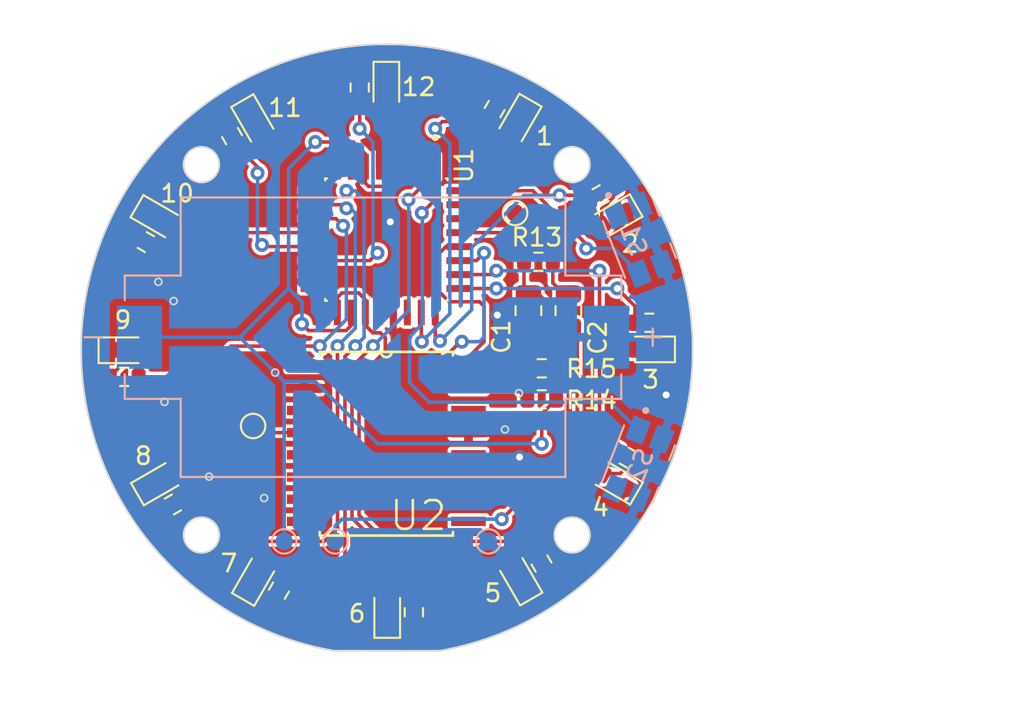
<source format=kicad_pcb>
(kicad_pcb (version 20221018) (generator pcbnew)
  (layers (0 "F.Cu" signal) (31 "B.Cu" signal) (44 "Edge.Cuts" user))
  (net 0 "")
  (net 1 "VCC")
  (net 2 "GND")
  (net 3 "/RST")
  (net 4 "/D-")
  (net 5 "Net-(D1-A)")
  (net 6 "Net-(D2-A)")
  (net 7 "Net-(D3-A)")
  (net 8 "Net-(D4-A)")
  (net 9 "Net-(D5-A)")
  (net 10 "Net-(D6-A)")
  (net 11 "Net-(D7-A)")
  (net 12 "Net-(D8-A)")
  (net 13 "Net-(D9-A)")
  (net 14 "Net-(D10-A)")
  (net 15 "Net-(D11-A)")
  (net 16 "Net-(D12-A)")
  (net 17 "/A0")
  (net 18 "/A1")
  (net 19 "/A2")
  (net 20 "/A3")
  (net 21 "/D13")
  (net 22 "/D4")
  (net 23 "/D5")
  (net 24 "/D6")
  (net 25 "/D7")
  (net 26 "/D8")
  (net 27 "/D9")
  (net 28 "/D10")
  (net 29 "/SDA")
  (net 30 "/SCL")
  (net 31 "/D2")
  (net 32 "/D3")
  (net 33 "Net-(U2-~RST)")
  (net 36 "/D11")
  (net 37 "/D12")
  (net 39 "/A7")
  (net 50 "/TXD")
  (net 51 "/RXD")
  (footprint "Resistor_SMD:R_0603_1608Metric" (layer "F.Cu") (at 141.719219 94.233002 120)
    (fp_text reference "R5" hide)
    (fp_text value "R")
  )
  (footprint "LED_SMD:LED_0603_1608Metric" (layer "F.Cu") (at 125.345403 69.022319 -60)
    (fp_text reference "D11" hide)
    (fp_text value "LED")
  )
  (footprint "Resistor_SMD:R_0603_1608Metric" (layer "F.Cu") (at 117.8474 83.5494)
    (fp_text reference "R9" hide)
    (fp_text value "R")
  )
  (footprint "LED_SMD:LED_0603_1608Metric" (layer "F.Cu") (at 140.389397 94.977681 120)
    (fp_text reference "5" hide)
    (fp_text value "LED")
  )
  (footprint "Resistor_SMD:R_0603_1608Metric" (layer "F.Cu") (at 131.318 66.98 -90)
    (fp_text reference "R12" hide)
    (fp_text value "R")
  )
  (footprint "TestPoint:TestPoint_Pad_D1.0mm" (layer "F.Cu") (at 125.222 86.36)
    (fp_text reference "TP6" hide)
    (fp_text value "TestPoint")
  )
  (footprint "LED_SMD:LED_0603_1608Metric" (layer "F.Cu") (at 145.870481 89.478003 150)
    (fp_text reference "4" hide)
    (fp_text value "LED")
  )
  (footprint "Resistor_SMD:R_0603_1608Metric" (layer "F.Cu") (at 120.634398 90.851819 30)
    (fp_text reference "R8" hide)
    (fp_text value "R")
  )
  (footprint "LED_SMD:LED_0603_1608Metric" (layer "F.Cu") (at 132.842 67 -90)
    (fp_text reference "12" hide)
    (fp_text value "LED")
  )
  (footprint "Resistor_SMD:R_0603_1608Metric" (layer "F.Cu") (at 145.100402 73.148181 -150)
    (fp_text reference "R2" hide)
    (fp_text value "R")
  )
  (footprint "Resistor_SMD:R_0603_1608Metric" (layer "F.Cu") (at 139.035581 68.217598 -120)
    (fp_text reference "R1" hide)
    (fp_text value "R")
  )
  (footprint "LED_SMD:LED_0603_1608Metric" (layer "F.Cu") (at 119.864319 74.521997 -30)
    (fp_text reference "D10" hide)
    (fp_text value "LED")
  )
  (footprint "LED_SMD:LED_0603_1608Metric" (layer "F.Cu") (at 125.389397 95.003081 60)
    (fp_text reference "D7" hide)
    (fp_text value "LED")
  )
  (footprint "Resistor_SMD:R_0603_1608Metric" (layer "F.Cu") (at 141.541 76.962 180)
    (fp_text reference "R13")
    (fp_text value "10K")
  )
  (footprint "Capacitor_SMD:C_0805_2012Metric" (layer "F.Cu") (at 143.256 79.756 -90)
    (fp_text reference "C2")
    (fp_text value "0.1uF")
  )
  (footprint "Resistor_SMD:R_0603_1608Metric" (layer "F.Cu") (at 141.732 84.836 180)
    (fp_text reference "R14")
    (fp_text value "10K")
  )
  (footprint "IO_watch_cat_ball:DS3231" (layer "F.Cu") (at 132.842 87.376)
    (fp_text reference "U2")
    (fp_text value "DS3231S")
  )
  (footprint "Resistor_SMD:R_0603_1608Metric" (layer "F.Cu") (at 126.699219 95.782402 60)
    (fp_text reference "R7" hide)
    (fp_text value "R")
  )
  (footprint "Resistor_SMD:R_0603_1608Metric" (layer "F.Cu") (at 134.4168 97.02 90)
    (fp_text reference "R6" hide)
    (fp_text value "R")
  )
  (footprint "Resistor_SMD:R_0603_1608Metric" (layer "F.Cu") (at 141.732 83.058)
    (fp_text reference "R15")
    (fp_text value "10K")
  )
  (footprint "Resistor_SMD:R_0603_1608Metric" (layer "F.Cu") (at 119.084998 75.831819 -30)
    (fp_text reference "R10" hide)
    (fp_text value "R")
  )
  (footprint "Resistor_SMD:R_0603_1608Metric" (layer "F.Cu") (at 147.8874 80.4506 180)
    (fp_text reference "R3" hide)
    (fp_text value "R")
  )
  (footprint "Resistor_SMD:R_0603_1608Metric" (layer "F.Cu") (at 146.649802 88.168181 150)
    (fp_text reference "R4" hide)
    (fp_text value "R")
  )
  (footprint "LED_SMD:LED_0603_1608Metric" (layer "F.Cu") (at 140.345403 68.996919 -120)
    (fp_text reference "1" hide)
    (fp_text value "LED")
  )
  (footprint "Resistor_SMD:R_0603_1608Metric" (layer "F.Cu") (at 124.015581 69.766998 -60)
    (fp_text reference "R11" hide)
    (fp_text value "R")
  )
  (footprint "Capacitor_SMD:C_0805_2012Metric" (layer "F.Cu") (at 140.97 79.756 -90)
    (fp_text reference "C1")
    (fp_text value "1uF")
  )
  (footprint "IO_watch_cat_ball:atmega328P_shinked" (layer "F.Cu") (at 132.842 75.692 -90)
    (fp_text reference "U1")
    (fp_text value "ATMEGA328P-AU")
  )
  (footprint "TestPoint:TestPoint_Pad_D1.0mm" (layer "F.Cu") (at 140.208 74.168)
    (fp_text reference "TP7" hide)
    (fp_text value "TestPoint")
  )
  (footprint "LED_SMD:LED_0603_1608Metric" (layer "F.Cu") (at 147.8674 81.9746 180)
    (fp_text reference "3" hide)
    (fp_text value "LED")
  )
  (footprint "LED_SMD:LED_0603_1608Metric" (layer "F.Cu") (at 119.889719 89.521997 30)
    (fp_text reference "D8" hide)
    (fp_text value "LED")
  )
  (footprint "LED_SMD:LED_0603_1608Metric" (layer "F.Cu") (at 132.8928 97 90)
    (fp_text reference "D6" hide)
    (fp_text value "LED")
  )
  (footprint "LED_SMD:LED_0603_1608Metric" (layer "F.Cu") (at 117.8674 82.0254)
    (fp_text reference "D9" hide)
    (fp_text value "LED")
  )
  (footprint "LED_SMD:LED_0603_1608Metric" (layer "F.Cu") (at 145.845081 74.478003 -150)
    (fp_text reference "2" hide)
    (fp_text value "LED")
  )
  (footprint "IO_watch_cat_ball:SW_EVQ-P7A01P" (layer "B.Cu") (at 147.32 75.692 -68.6)
    (fp_text reference "S1")
    (fp_text value "EVQ-P7A01P")
  )
  (footprint "TestPoint:TestPoint_Pad_D1.0mm" (layer "B.Cu") (at 138.684 92.964 180)
    (fp_text reference "TP5" hide)
    (fp_text value "TestPoint")
  )
  (footprint "IO_watch_cat_ball:BAT_1060TR" (layer "B.Cu") (at 132.08 81.28 180)
    (fp_text reference "BT1" hide)
    (fp_text value "1060TR")
  )
  (footprint "IO_watch_cat_ball:SW_EVQ-P7A01P" (layer "B.Cu") (at 147.258206 88.533365 -111.4)
    (fp_text reference "S2")
    (fp_text value "EVQ-P7A01P")
  )
  (footprint "TestPoint:TestPoint_Pad_D1.0mm" (layer "B.Cu") (at 127 92.964 180)
    (fp_text reference "TP1" hide)
    (fp_text value "TestPoint")
  )
  (footprint "TestPoint:TestPoint_Pad_D1.0mm" (layer "B.Cu") (at 129.921 92.964 180)
    (fp_text reference "TP2" hide)
    (fp_text value "TestPoint")
  )
  (gr_poly (pts (xy 126.683 83.303) (xy 126.682238 83.320431) (xy 126.679961 83.337729) (xy 126.676185 83.354763) (xy 126.670938 83.371404) (xy 126.664261 83.387523) (xy 126.656205 83.402999) (xy 126.64683 83.417715) (xy 126.636208 83.431557) (xy 126.624421 83.444421) (xy 126.611557 83.456208) (xy 126.597715 83.46683) (xy 126.583 83.476205) (xy 126.567523 83.484261) (xy 126.551404 83.490938) (xy 126.534763 83.496185) (xy 126.517729 83.499961) (xy 126.500431 83.502238) (xy 126.483 83.503) (xy 126.465569 83.502238) (xy 126.448271 83.499961) (xy 126.431237 83.496185) (xy 126.414596 83.490938) (xy 126.398477 83.484261) (xy 126.383001 83.476205) (xy 126.368285 83.46683) (xy 126.354443 83.456208) (xy 126.341579 83.444421) (xy 126.329792 83.431557) (xy 126.31917 83.417715) (xy 126.309795 83.402999) (xy 126.301739 83.387523) (xy 126.295062 83.371404) (xy 126.289815 83.354763) (xy 126.286039 83.337729) (xy 126.283762 83.320431) (xy 126.283 83.303) (xy 126.283762 83.285569) (xy 126.286039 83.268271) (xy 126.289815 83.251237) (xy 126.295062 83.234596) (xy 126.301739 83.218477) (xy 126.309795 83.203) (xy 126.31917 83.188285) (xy 126.329792 83.174443) (xy 126.341579 83.161579) (xy 126.354443 83.149792) (xy 126.368285 83.13917) (xy 126.383 83.129795) (xy 126.398477 83.121739) (xy 126.414596 83.115062) (xy 126.431237 83.109815) (xy 126.448271 83.106039) (xy 126.465569 83.103762) (xy 126.483 83.103) (xy 126.500431 83.103762) (xy 126.517729 83.106039) (xy 126.534763 83.109815) (xy 126.551404 83.115062) (xy 126.567523 83.121739) (xy 126.583 83.129795) (xy 126.597715 83.13917) (xy 126.611557 83.149792) (xy 126.624421 83.161579) (xy 126.636208 83.174443) (xy 126.64683 83.188285) (xy 126.656205 83.203) (xy 126.664261 83.218477) (xy 126.670938 83.234596) (xy 126.676185 83.251237) (xy 126.679961 83.268271) (xy 126.682238 83.285569)) (stroke (width 0.1)) (fill none) (layer "Edge.Cuts"))
  (gr_circle (center 122.2674 92.6026) (end 123.0974 92.0026) (stroke (width 0.1)) (fill none) (layer "Edge.Cuts"))
  (gr_poly (pts (xy 120.003 78.108) (xy 120.002238 78.125431) (xy 119.999961 78.142729) (xy 119.996185 78.159763) (xy 119.990938 78.176404) (xy 119.984261 78.192523) (xy 119.976205 78.207999) (xy 119.96683 78.222715) (xy 119.956208 78.236557) (xy 119.944421 78.249421) (xy 119.931557 78.261208) (xy 119.917715 78.27183) (xy 119.903 78.281205) (xy 119.887523 78.289261) (xy 119.871404 78.295938) (xy 119.854763 78.301185) (xy 119.837729 78.304961) (xy 119.820431 78.307238) (xy 119.803 78.308) (xy 119.785569 78.307238) (xy 119.768271 78.304961) (xy 119.751237 78.301185) (xy 119.734596 78.295938) (xy 119.718477 78.289261) (xy 119.703001 78.281205) (xy 119.688285 78.27183) (xy 119.674443 78.261208) (xy 119.661579 78.249421) (xy 119.649792 78.236557) (xy 119.63917 78.222715) (xy 119.629795 78.207999) (xy 119.621739 78.192523) (xy 119.615062 78.176404) (xy 119.609815 78.159763) (xy 119.606039 78.142729) (xy 119.603762 78.125431) (xy 119.603 78.108) (xy 119.603762 78.090569) (xy 119.606039 78.073271) (xy 119.609815 78.056237) (xy 119.615062 78.039596) (xy 119.621739 78.023477) (xy 119.629795 78.008) (xy 119.63917 77.993285) (xy 119.649792 77.979443) (xy 119.661579 77.966579) (xy 119.674443 77.954792) (xy 119.688285 77.94417) (xy 119.703 77.934795) (xy 119.718477 77.926739) (xy 119.734596 77.920062) (xy 119.751237 77.914815) (xy 119.768271 77.911039) (xy 119.785569 77.908762) (xy 119.803 77.908) (xy 119.820431 77.908762) (xy 119.837729 77.911039) (xy 119.854763 77.914815) (xy 119.871404 77.920062) (xy 119.887523 77.926739) (xy 119.903 77.934795) (xy 119.917715 77.94417) (xy 119.931557 77.954792) (xy 119.944421 77.966579) (xy 119.956208 77.979443) (xy 119.96683 77.993285) (xy 119.976205 78.008) (xy 119.984261 78.023477) (xy 119.990938 78.039596) (xy 119.996185 78.056237) (xy 119.999961 78.073271) (xy 120.002238 78.090569)) (stroke (width 0.1)) (fill none) (layer "Edge.Cuts"))
  (gr_poly (pts (xy 126.053 90.483) (xy 126.052238 90.500431) (xy 126.049961 90.517729) (xy 126.046185 90.534763) (xy 126.040938 90.551404) (xy 126.034261 90.567523) (xy 126.026205 90.582999) (xy 126.01683 90.597715) (xy 126.006208 90.611557) (xy 125.994421 90.624421) (xy 125.981557 90.636208) (xy 125.967715 90.64683) (xy 125.953 90.656205) (xy 125.937523 90.664261) (xy 125.921404 90.670938) (xy 125.904763 90.676185) (xy 125.887729 90.679961) (xy 125.870431 90.682238) (xy 125.853 90.683) (xy 125.835569 90.682238) (xy 125.818271 90.679961) (xy 125.801237 90.676185) (xy 125.784596 90.670938) (xy 125.768477 90.664261) (xy 125.753001 90.656205) (xy 125.738285 90.64683) (xy 125.724443 90.636208) (xy 125.711579 90.624421) (xy 125.699792 90.611557) (xy 125.68917 90.597715) (xy 125.679795 90.582999) (xy 125.671739 90.567523) (xy 125.665062 90.551404) (xy 125.659815 90.534763) (xy 125.656039 90.517729) (xy 125.653762 90.500431) (xy 125.653 90.483) (xy 125.653762 90.465569) (xy 125.656039 90.448271) (xy 125.659815 90.431237) (xy 125.665062 90.414596) (xy 125.671739 90.398477) (xy 125.679795 90.383) (xy 125.68917 90.368285) (xy 125.699792 90.354443) (xy 125.711579 90.341579) (xy 125.724443 90.329792) (xy 125.738285 90.31917) (xy 125.753 90.309795) (xy 125.768477 90.301739) (xy 125.784596 90.295062) (xy 125.801237 90.289815) (xy 125.818271 90.286039) (xy 125.835569 90.283762) (xy 125.853 90.283) (xy 125.870431 90.283762) (xy 125.887729 90.286039) (xy 125.904763 90.289815) (xy 125.921404 90.295062) (xy 125.937523 90.301739) (xy 125.953 90.309795) (xy 125.967715 90.31917) (xy 125.981557 90.329792) (xy 125.994421 90.341579) (xy 126.006208 90.354443) (xy 126.01683 90.368285) (xy 126.026205 90.383) (xy 126.034261 90.398477) (xy 126.040938 90.414596) (xy 126.046185 90.431237) (xy 126.049961 90.448271) (xy 126.052238 90.465569)) (stroke (width 0.1)) (fill none) (layer "Edge.Cuts"))
  (gr_poly (pts (xy 140.628 84.483) (xy 140.627238 84.500431) (xy 140.624961 84.517729) (xy 140.621185 84.534763) (xy 140.615938 84.551404) (xy 140.609261 84.567523) (xy 140.601205 84.582999) (xy 140.59183 84.597715) (xy 140.581208 84.611557) (xy 140.569421 84.624421) (xy 140.556557 84.636208) (xy 140.542715 84.64683) (xy 140.528 84.656205) (xy 140.512523 84.664261) (xy 140.496404 84.670938) (xy 140.479763 84.676185) (xy 140.462729 84.679961) (xy 140.445431 84.682238) (xy 140.428 84.683) (xy 140.410569 84.682238) (xy 140.393271 84.679961) (xy 140.376237 84.676185) (xy 140.359596 84.670938) (xy 140.343477 84.664261) (xy 140.328001 84.656205) (xy 140.313285 84.64683) (xy 140.299443 84.636208) (xy 140.286579 84.624421) (xy 140.274792 84.611557) (xy 140.26417 84.597715) (xy 140.254795 84.582999) (xy 140.246739 84.567523) (xy 140.240062 84.551404) (xy 140.234815 84.534763) (xy 140.231039 84.517729) (xy 140.228762 84.500431) (xy 140.228 84.483) (xy 140.228762 84.465569) (xy 140.231039 84.448271) (xy 140.234815 84.431237) (xy 140.240062 84.414596) (xy 140.246739 84.398477) (xy 140.254795 84.383) (xy 140.26417 84.368285) (xy 140.274792 84.354443) (xy 140.286579 84.341579) (xy 140.299443 84.329792) (xy 140.313285 84.31917) (xy 140.328 84.309795) (xy 140.343477 84.301739) (xy 140.359596 84.295062) (xy 140.376237 84.289815) (xy 140.393271 84.286039) (xy 140.410569 84.283762) (xy 140.428 84.283) (xy 140.445431 84.283762) (xy 140.462729 84.286039) (xy 140.479763 84.289815) (xy 140.496404 84.295062) (xy 140.512523 84.301739) (xy 140.528 84.309795) (xy 140.542715 84.31917) (xy 140.556557 84.329792) (xy 140.569421 84.341579) (xy 140.581208 84.354443) (xy 140.59183 84.368285) (xy 140.601205 84.383) (xy 140.609261 84.398477) (xy 140.615938 84.414596) (xy 140.621185 84.431237) (xy 140.624961 84.448271) (xy 140.627238 84.465569)) (stroke (width 0.1)) (fill none) (layer "Edge.Cuts"))
  (gr_circle (center 122.2648 71.4) (end 123.0948 70.8) (stroke (width 0.1)) (fill none) (layer "Edge.Cuts"))
  (gr_circle (center 143.47 92.6) (end 144.3 92) (stroke (width 0.1)) (fill none) (layer "Edge.Cuts"))
  (gr_poly (pts (xy 122.903 89.258) (xy 122.902238 89.275431) (xy 122.899961 89.292729) (xy 122.896185 89.309763) (xy 122.890938 89.326404) (xy 122.884261 89.342523) (xy 122.876205 89.357999) (xy 122.86683 89.372715) (xy 122.856208 89.386557) (xy 122.844421 89.399421) (xy 122.831557 89.411208) (xy 122.817715 89.42183) (xy 122.803 89.431205) (xy 122.787523 89.439261) (xy 122.771404 89.445938) (xy 122.754763 89.451185) (xy 122.737729 89.454961) (xy 122.720431 89.457238) (xy 122.703 89.458) (xy 122.685569 89.457238) (xy 122.668271 89.454961) (xy 122.651237 89.451185) (xy 122.634596 89.445938) (xy 122.618477 89.439261) (xy 122.603001 89.431205) (xy 122.588285 89.42183) (xy 122.574443 89.411208) (xy 122.561579 89.399421) (xy 122.549792 89.386557) (xy 122.53917 89.372715) (xy 122.529795 89.357999) (xy 122.521739 89.342523) (xy 122.515062 89.326404) (xy 122.509815 89.309763) (xy 122.506039 89.292729) (xy 122.503762 89.275431) (xy 122.503 89.258) (xy 122.503762 89.240569) (xy 122.506039 89.223271) (xy 122.509815 89.206237) (xy 122.515062 89.189596) (xy 122.521739 89.173477) (xy 122.529795 89.158) (xy 122.53917 89.143285) (xy 122.549792 89.129443) (xy 122.561579 89.116579) (xy 122.574443 89.104792) (xy 122.588285 89.09417) (xy 122.603 89.084795) (xy 122.618477 89.076739) (xy 122.634596 89.070062) (xy 122.651237 89.064815) (xy 122.668271 89.061039) (xy 122.685569 89.058762) (xy 122.703 89.058) (xy 122.720431 89.058762) (xy 122.737729 89.061039) (xy 122.754763 89.064815) (xy 122.771404 89.070062) (xy 122.787523 89.076739) (xy 122.803 89.084795) (xy 122.817715 89.09417) (xy 122.831557 89.104792) (xy 122.844421 89.116579) (xy 122.856208 89.129443) (xy 122.86683 89.143285) (xy 122.876205 89.158) (xy 122.884261 89.173477) (xy 122.890938 89.189596) (xy 122.896185 89.206237) (xy 122.899961 89.223271) (xy 122.902238 89.240569)) (stroke (width 0.1)) (fill none) (layer "Edge.Cuts"))
  (gr_line (start 129.8674 99.225) (end 135.867846 99.227569) (stroke (width 0.1)) (layer "Edge.Cuts"))
  (gr_circle (center 143.4674 71.3974) (end 144.2974 70.7974) (stroke (width 0.1)) (fill none) (layer "Edge.Cuts"))
  (gr_arc (start 129.8674 99.225) (mid 132.882488 64.514399) (end 135.867846 99.227569) (stroke (width 0.1)) (layer "Edge.Cuts"))
  (gr_poly (pts (xy 120.878 79.208) (xy 120.877238 79.225431) (xy 120.874961 79.242729) (xy 120.871185 79.259763) (xy 120.865938 79.276404) (xy 120.859261 79.292523) (xy 120.851205 79.307999) (xy 120.84183 79.322715) (xy 120.831208 79.336557) (xy 120.819421 79.349421) (xy 120.806557 79.361208) (xy 120.792715 79.37183) (xy 120.778 79.381205) (xy 120.762523 79.389261) (xy 120.746404 79.395938) (xy 120.729763 79.401185) (xy 120.712729 79.404961) (xy 120.695431 79.407238) (xy 120.678 79.408) (xy 120.660569 79.407238) (xy 120.643271 79.404961) (xy 120.626237 79.401185) (xy 120.609596 79.395938) (xy 120.593477 79.389261) (xy 120.578001 79.381205) (xy 120.563285 79.37183) (xy 120.549443 79.361208) (xy 120.536579 79.349421) (xy 120.524792 79.336557) (xy 120.51417 79.322715) (xy 120.504795 79.307999) (xy 120.496739 79.292523) (xy 120.490062 79.276404) (xy 120.484815 79.259763) (xy 120.481039 79.242729) (xy 120.478762 79.225431) (xy 120.478 79.208) (xy 120.478762 79.190569) (xy 120.481039 79.173271) (xy 120.484815 79.156237) (xy 120.490062 79.139596) (xy 120.496739 79.123477) (xy 120.504795 79.108) (xy 120.51417 79.093285) (xy 120.524792 79.079443) (xy 120.536579 79.066579) (xy 120.549443 79.054792) (xy 120.563285 79.04417) (xy 120.578 79.034795) (xy 120.593477 79.026739) (xy 120.609596 79.020062) (xy 120.626237 79.014815) (xy 120.643271 79.011039) (xy 120.660569 79.008762) (xy 120.678 79.008) (xy 120.695431 79.008762) (xy 120.712729 79.011039) (xy 120.729763 79.014815) (xy 120.746404 79.020062) (xy 120.762523 79.026739) (xy 120.778 79.034795) (xy 120.792715 79.04417) (xy 120.806557 79.054792) (xy 120.819421 79.066579) (xy 120.831208 79.079443) (xy 120.84183 79.093285) (xy 120.851205 79.108) (xy 120.859261 79.123477) (xy 120.865938 79.139596) (xy 120.871185 79.156237) (xy 120.874961 79.173271) (xy 120.877238 79.190569)) (stroke (width 0.1)) (fill none) (layer "Edge.Cuts"))
  (gr_poly (pts (xy 139.828 86.558) (xy 139.827238 86.575431) (xy 139.824961 86.592729) (xy 139.821185 86.609763) (xy 139.815938 86.626404) (xy 139.809261 86.642523) (xy 139.801205 86.657999) (xy 139.79183 86.672715) (xy 139.781208 86.686557) (xy 139.769421 86.699421) (xy 139.756557 86.711208) (xy 139.742715 86.72183) (xy 139.728 86.731205) (xy 139.712523 86.739261) (xy 139.696404 86.745938) (xy 139.679763 86.751185) (xy 139.662729 86.754961) (xy 139.645431 86.757238) (xy 139.628 86.758) (xy 139.610569 86.757238) (xy 139.593271 86.754961) (xy 139.576237 86.751185) (xy 139.559596 86.745938) (xy 139.543477 86.739261) (xy 139.528001 86.731205) (xy 139.513285 86.72183) (xy 139.499443 86.711208) (xy 139.486579 86.699421) (xy 139.474792 86.686557) (xy 139.46417 86.672715) (xy 139.454795 86.657999) (xy 139.446739 86.642523) (xy 139.440062 86.626404) (xy 139.434815 86.609763) (xy 139.431039 86.592729) (xy 139.428762 86.575431) (xy 139.428 86.558) (xy 139.428762 86.540569) (xy 139.431039 86.523271) (xy 139.434815 86.506237) (xy 139.440062 86.489596) (xy 139.446739 86.473477) (xy 139.454795 86.458) (xy 139.46417 86.443285) (xy 139.474792 86.429443) (xy 139.486579 86.416579) (xy 139.499443 86.404792) (xy 139.513285 86.39417) (xy 139.528 86.384795) (xy 139.543477 86.376739) (xy 139.559596 86.370062) (xy 139.576237 86.364815) (xy 139.593271 86.361039) (xy 139.610569 86.358762) (xy 139.628 86.358) (xy 139.645431 86.358762) (xy 139.662729 86.361039) (xy 139.679763 86.364815) (xy 139.696404 86.370062) (xy 139.712523 86.376739) (xy 139.728 86.384795) (xy 139.742715 86.39417) (xy 139.756557 86.404792) (xy 139.769421 86.416579) (xy 139.781208 86.429443) (xy 139.79183 86.443285) (xy 139.801205 86.458) (xy 139.809261 86.473477) (xy 139.815938 86.489596) (xy 139.821185 86.506237) (xy 139.824961 86.523271) (xy 139.827238 86.540569)) (stroke (width 0.1)) (fill none) (layer "Edge.Cuts"))
  (gr_poly (pts (xy 120.353 84.983) (xy 120.352238 85.000431) (xy 120.349961 85.017729) (xy 120.346185 85.034763) (xy 120.340938 85.051404) (xy 120.334261 85.067523) (xy 120.326205 85.082999) (xy 120.31683 85.097715) (xy 120.306208 85.111557) (xy 120.294421 85.124421) (xy 120.281557 85.136208) (xy 120.267715 85.14683) (xy 120.253 85.156205) (xy 120.237523 85.164261) (xy 120.221404 85.170938) (xy 120.204763 85.176185) (xy 120.187729 85.179961) (xy 120.170431 85.182238) (xy 120.153 85.183) (xy 120.135569 85.182238) (xy 120.118271 85.179961) (xy 120.101237 85.176185) (xy 120.084596 85.170938) (xy 120.068477 85.164261) (xy 120.053001 85.156205) (xy 120.038285 85.14683) (xy 120.024443 85.136208) (xy 120.011579 85.124421) (xy 119.999792 85.111557) (xy 119.98917 85.097715) (xy 119.979795 85.082999) (xy 119.971739 85.067523) (xy 119.965062 85.051404) (xy 119.959815 85.034763) (xy 119.956039 85.017729) (xy 119.953762 85.000431) (xy 119.953 84.983) (xy 119.953762 84.965569) (xy 119.956039 84.948271) (xy 119.959815 84.931237) (xy 119.965062 84.914596) (xy 119.971739 84.898477) (xy 119.979795 84.883) (xy 119.98917 84.868285) (xy 119.999792 84.854443) (xy 120.011579 84.841579) (xy 120.024443 84.829792) (xy 120.038285 84.81917) (xy 120.053 84.809795) (xy 120.068477 84.801739) (xy 120.084596 84.795062) (xy 120.101237 84.789815) (xy 120.118271 84.786039) (xy 120.135569 84.783762) (xy 120.153 84.783) (xy 120.170431 84.783762) (xy 120.187729 84.786039) (xy 120.204763 84.789815) (xy 120.221404 84.795062) (xy 120.237523 84.801739) (xy 120.253 84.809795) (xy 120.267715 84.81917) (xy 120.281557 84.829792) (xy 120.294421 84.841579) (xy 120.306208 84.854443) (xy 120.31683 84.868285) (xy 120.326205 84.883) (xy 120.334261 84.898477) (xy 120.340938 84.914596) (xy 120.346185 84.931237) (xy 120.349961 84.948271) (xy 120.352238 84.965569)) (stroke (width 0.1)) (fill none) (layer "Edge.Cuts"))
  (gr_text "3" (at 147.9638 83.7018) (layer "F.SilkS") (effects (font (size 1 1))))
  (gr_text "1" (at 141.889402 69.777034) (layer "F.SilkS") (effects (font (size 1 1))))
  (gr_text "12" (at 134.6962 66.9544) (layer "F.SilkS") (effects (font (size 1 1))))
  (gr_text "7" (at 123.845398 94.222966) (layer "F.SilkS") (effects (font (size 1 1))))
  (gr_text "10" (at 120.8786 73.0504) (layer "F.SilkS") (effects (font (size 1 1))))
  (gr_text "8" (at 118.942634 88.074398) (layer "F.SilkS") (effects (font (size 1 1))))
  (gr_text "2" (at 146.792166 75.925602) (layer "F.SilkS") (effects (font (size 1 1))))
  (gr_text "6" (at 131.1656 97.0964) (layer "F.SilkS") (effects (font (size 1 1))))
  (gr_text "4" (at 145.090366 91.022002) (layer "F.SilkS") (effects (font (size 1 1))))
  (gr_text "9" (at 117.771 80.2982) (layer "F.SilkS") (effects (font (size 1 1))))
  (gr_text "11" (at 127.0508 68.1482) (layer "F.SilkS") (effects (font (size 1 1))))
  (gr_text "5" (at 138.941798 95.924766) (layer "F.SilkS") (effects (font (size 1 1))))
  (segment (start 137.6826 85.6126) (end 141.7804 85.6126) (width 0.2032) (layer "F.Cu") (net 1))
  (segment (start 141.7804 85.6126) (end 142.557 84.836) (width 0.2032) (layer "F.Cu") (net 1))
  (segment (start 142.24 80.209992) (end 142.2294 80.220592) (width 0.2032) (layer "F.Cu") (net 1))
  (segment (start 142.557 83.312) (end 142.557 84.836) (width 0.2032) (layer "F.Cu") (net 1))
  (segment (start 130.5404 80.8986) (end 128.3966 80.8986) (width 0.2032) (layer "F.Cu") (net 1))
  (segment (start 142.24 79.502) (end 142.24 80.209992) (width 0.2032) (layer "F.Cu") (net 1))
  (segment (start 137.541 85.471) (end 137.6826 85.6126) (width 0.2032) (layer "F.Cu") (net 1))
  (segment (start 128.3966 80.8986) (end 128.016 80.518) (width 0.2032) (layer "F.Cu") (net 1))
  (segment (start 141.544 78.806) (end 142.24 79.502) (width 0.2032) (layer "F.Cu") (net 1))
  (segment (start 130.959 70.104) (end 128.778 70.104) (width 0.2032) (layer "F.Cu") (net 1))
  (segment (start 130.842 80.597) (end 130.5404 80.8986) (width 0.2032) (layer "F.Cu") (net 1))
  (segment (start 142.2294 81.191408) (end 142.24 81.202008) (width 0.2032) (layer "F.Cu") (net 1))
  (segment (start 141.732 85.661) (end 141.7804 85.6126) (width 0.2032) (layer "F.Cu") (net 1))
  (segment (start 131.642 72.46) (end 131.642 71.522) (width 0.2032) (layer "F.Cu") (net 1))
  (segment (start 130.842 79.862) (end 130.842 80.597) (width 0.2032) (layer "F.Cu") (net 1))
  (segment (start 141.732 87.376) (end 141.732 85.661) (width 0.2032) (layer "F.Cu") (net 1))
  (segment (start 137.093398 85.471) (end 137.541 85.471) (width 0.2032) (layer "F.Cu") (net 1))
  (segment (start 131.826 72.644) (end 131.642 72.46) (width 0.2032) (layer "F.Cu") (net 1))
  (segment (start 142.24 81.202008) (end 142.24 82.995) (width 0.2032) (layer "F.Cu") (net 1))
  (segment (start 140.716 78.806) (end 141.544 78.806) (width 0.2032) (layer "F.Cu") (net 1))
  (segment (start 131.642 70.787) (end 130.959 70.104) (width 0.2032) (layer "F.Cu") (net 1))
  (segment (start 131.642 71.522) (end 131.642 70.787) (width 0.2032) (layer "F.Cu") (net 1))
  (segment (start 140.716 76.962) (end 140.716 78.806) (width 0.2032) (layer "F.Cu") (net 1))
  (segment (start 133.242 72.498) (end 133.096 72.644) (width 0.2032) (layer "F.Cu") (net 1))
  (segment (start 142.24 82.995) (end 142.557 83.312) (width 0.2032) (layer "F.Cu") (net 1))
  (segment (start 133.096 72.644) (end 131.826 72.644) (width 0.2032) (layer "F.Cu") (net 1))
  (segment (start 142.2294 80.220592) (end 142.2294 81.191408) (width 0.2032) (layer "F.Cu") (net 1))
  (segment (start 133.242 71.522) (end 133.242 72.498) (width 0.2032) (layer "F.Cu") (net 1))
  (via (at 128.016 80.518) (size 0.8) (drill 0.4) (layers "F.Cu" "B.Cu") (net 1))
  (via (at 141.732 87.376) (size 0.8) (drill 0.4) (layers "F.Cu" "B.Cu") (net 1))
  (via (at 128.778 70.104) (size 0.8) (drill 0.4) (layers "F.Cu" "B.Cu") (net 1))
  (segment (start 124.46 81.28) (end 127 83.82) (width 0.2032) (layer "B.Cu") (net 1))
  (segment (start 136.33579 87.376) (end 141.732 87.376) (width 0.2032) (layer "B.Cu") (net 1))
  (segment (start 128.016 79.248) (end 127.254 78.486) (width 0.2032) (layer "B.Cu") (net 1))
  (segment (start 124.46 81.28) (end 118.72 81.28) (width 0.2032) (layer "B.Cu") (net 1))
  (segment (start 128.016 80.518) (end 128.016 79.248) (width 0.2032) (layer "B.Cu") (net 1))
  (segment (start 128.778 83.82) (end 127 83.82) (width 0.2032) (layer "B.Cu") (net 1))
  (segment (start 132.334 87.376) (end 128.778 83.82) (width 0.2032) (layer "B.Cu") (net 1))
  (segment (start 127 83.82) (end 127 92.964) (width 0.2032) (layer "B.Cu") (net 1))
  (segment (start 136.33579 87.376) (end 132.334 87.376) (width 0.2032) (layer "B.Cu") (net 1))
  (segment (start 127.254 71.628) (end 127.254 78.486) (width 0.2032) (layer "B.Cu") (net 1))
  (segment (start 128.778 70.104) (end 127.254 71.628) (width 0.2032) (layer "B.Cu") (net 1))
  (segment (start 127.254 78.486) (end 124.46 81.28) (width 0.2032) (layer "B.Cu") (net 1))
  (via (at 140.462 88.138) (size 0.8) (drill 0.4) (layers "F.Cu" "B.Cu") (net 2))
  (via (at 133.0676 74.676) (size 0.8) (drill 0.4) (layers "F.Cu" "B.Cu") (net 2))
  (via (at 139.192 80.01) (size 0.8) (drill 0.4) (layers "F.Cu" "B.Cu") (net 2))
  (via (at 148.844 84.582) (size 0.8) (drill 0.4) (layers "F.Cu" "B.Cu") (net 2))
  (segment (start 137.012 75.292) (end 141.84 75.292) (width 0.2032) (layer "F.Cu") (net 3))
  (segment (start 142.366 76.962) (end 142.366 78.17) (width 0.2032) (layer "F.Cu") (net 3))
  (segment (start 141.84 75.038) (end 140.97 74.168) (width 0.2032) (layer "F.Cu") (net 3))
  (segment (start 142.366 78.17) (end 143.002 78.806) (width 0.2032) (layer "F.Cu") (net 3))
  (segment (start 140.97 74.168) (end 140.208 74.168) (width 0.2032) (layer "F.Cu") (net 3))
  (segment (start 141.84 75.292) (end 141.84 75.038) (width 0.2032) (layer "F.Cu") (net 3))
  (segment (start 141.84 75.292) (end 142.366 75.818) (width 0.2032) (layer "F.Cu") (net 3))
  (segment (start 142.366 75.818) (end 142.366 76.962) (width 0.2032) (layer "F.Cu") (net 3))
  (segment (start 143.764 87.376) (end 143.764 81.468) (width 0.2032) (layer "F.Cu") (net 4))
  (segment (start 143.764 81.468) (end 143.002 80.706) (width 0.2032) (layer "F.Cu") (net 4))
  (segment (start 139.446 91.694) (end 143.764 87.376) (width 0.2032) (layer "F.Cu") (net 4))
  (via (at 139.446 91.694) (size 0.8) (drill 0.4) (layers "F.Cu" "B.Cu") (net 4))
  (segment (start 129.921 92.964) (end 129.921 92.075) (width 0.2032) (layer "B.Cu") (net 4))
  (segment (start 129.921 92.075) (end 130.302 91.694) (width 0.2032) (layer "B.Cu") (net 4))
  (segment (start 130.302 91.694) (end 139.446 91.694) (width 0.2032) (layer "B.Cu") (net 4))
  (segment (start 139.795805 67.850851) (end 139.795805 69.523066) (width 0.2032) (layer "F.Cu") (net 5))
  (segment (start 139.448081 67.503127) (end 139.795805 67.850851) (width 0.2032) (layer "F.Cu") (net 5))
  (segment (start 139.795805 69.523066) (end 139.951653 69.678914) (width 0.2032) (layer "F.Cu") (net 5))
  (segment (start 145.814873 72.735681) (end 145.814873 73.272927) (width 0.2032) (layer "F.Cu") (net 6))
  (segment (start 145.163086 73.924714) (end 145.163086 74.871753) (width 0.2032) (layer "F.Cu") (net 6))
  (segment (start 145.814873 73.272927) (end 145.163086 73.924714) (width 0.2032) (layer "F.Cu") (net 6))
  (segment (start 148.6039 80.4506) (end 147.0799 81.9746) (width 0.3048) (layer "F.Cu") (net 7))
  (segment (start 148.7124 80.4506) (end 148.6039 80.4506) (width 0.3048) (layer "F.Cu") (net 7))
  (segment (start 146.217412 89.084253) (end 146.720984 88.580681) (width 0.2032) (layer "F.Cu") (net 8))
  (segment (start 145.188486 89.084253) (end 146.217412 89.084253) (width 0.2032) (layer "F.Cu") (net 8))
  (segment (start 146.720984 88.580681) (end 147.364273 88.580681) (width 0.2032) (layer "F.Cu") (net 8))
  (segment (start 139.995647 94.295686) (end 140.315919 94.615958) (width 0.2032) (layer "F.Cu") (net 9))
  (segment (start 140.315919 94.615958) (end 141.800204 94.615958) (width 0.2032) (layer "F.Cu") (net 9))
  (segment (start 141.800204 94.615958) (end 142.131719 94.947473) (width 0.2032) (layer "F.Cu") (net 9))
  (segment (start 132.8928 96.321) (end 134.4168 97.845) (width 0.2032) (layer "F.Cu") (net 10))
  (segment (start 132.8928 96.2125) (end 132.8928 96.321) (width 0.2032) (layer "F.Cu") (net 10))
  (segment (start 125.783147 95.350012) (end 126.286719 95.853584) (width 0.2032) (layer "F.Cu") (net 11))
  (segment (start 125.783147 94.321086) (end 125.783147 95.350012) (width 0.2032) (layer "F.Cu") (net 11))
  (segment (start 126.286719 95.853584) (end 126.286719 96.496873) (width 0.2032) (layer "F.Cu") (net 11))
  (segment (start 120.251442 89.448519) (end 120.251442 90.932804) (width 0.2032) (layer "F.Cu") (net 12))
  (segment (start 120.571714 89.128247) (end 120.251442 89.448519) (width 0.2032) (layer "F.Cu") (net 12))
  (segment (start 120.251442 90.932804) (end 119.919927 91.264319) (width 0.2032) (layer "F.Cu") (net 12))
  (segment (start 118.6549 82.0254) (end 118.5464 82.0254) (width 0.2032) (layer "F.Cu") (net 13))
  (segment (start 118.5464 82.0254) (end 117.0224 83.5494) (width 0.2032) (layer "F.Cu") (net 13))
  (segment (start 120.390466 75.071595) (end 120.546314 74.915747) (width 0.2032) (layer "F.Cu") (net 14))
  (segment (start 118.718251 75.071595) (end 120.390466 75.071595) (width 0.2032) (layer "F.Cu") (net 14))
  (segment (start 118.370527 75.419319) (end 118.718251 75.071595) (width 0.2032) (layer "F.Cu") (net 14))
  (segment (start 124.140327 69.052527) (end 124.792114 69.704314) (width 0.2032) (layer "F.Cu") (net 15))
  (segment (start 123.603081 69.052527) (end 124.140327 69.052527) (width 0.2032) (layer "F.Cu") (net 15))
  (segment (start 124.792114 69.704314) (end 125.739153 69.704314) (width 0.2032) (layer "F.Cu") (net 15))
  (segment (start 131.318 66.155) (end 131.318 66.2635) (width 0.3048) (layer "F.Cu") (net 16))
  (segment (start 131.318 66.2635) (end 132.842 67.7875) (width 0.3048) (layer "F.Cu") (net 16))
  (segment (start 134.842 79.862) (end 134.842 81.502) (width 0.2032) (layer "F.Cu") (net 17))
  (segment (start 136.045931 68.932069) (end 138.623081 68.932069) (width 0.2032) (layer "F.Cu") (net 17))
  (segment (start 134.842 81.502) (end 134.874 81.534) (width 0.2032) (layer "F.Cu") (net 17))
  (segment (start 135.636 69.342) (end 136.045931 68.932069) (width 0.2032) (layer "F.Cu") (net 17))
  (via (at 134.874 81.534) (size 0.8) (drill 0.4) (layers "F.Cu" "B.Cu") (net 17))
  (via (at 135.636 69.342) (size 0.8) (drill 0.4) (layers "F.Cu" "B.Cu") (net 17))
  (segment (start 136.475 79.933) (end 136.475 70.181) (width 0.2032) (layer "B.Cu") (net 17))
  (segment (start 136.475 70.181) (end 135.636 69.342) (width 0.2032) (layer "B.Cu") (net 17))
  (segment (start 134.874 81.534) (end 136.475 79.933) (width 0.2032) (layer "B.Cu") (net 17))
  (segment (start 135.910241 81.489972) (end 135.642 81.221731) (width 0.2032) (layer "F.Cu") (net 18))
  (segment (start 142.748 73.152) (end 143.97725 73.152) (width 0.2032) (layer "F.Cu") (net 18))
  (segment (start 143.97725 73.152) (end 144.385931 73.560681) (width 0.2032) (layer "F.Cu") (net 18))
  (segment (start 135.642 81.221731) (end 135.642 79.862) (width 0.2032) (layer "F.Cu") (net 18))
  (via (at 142.748 73.152) (size 0.8) (drill 0.4) (layers "F.Cu" "B.Cu") (net 18))
  (via (at 135.910241 81.489972) (size 0.8) (drill 0.4) (layers "F.Cu" "B.Cu") (net 18))
  (segment (start 140.716 73.152) (end 142.748 73.152) (width 0.2032) (layer "B.Cu") (net 18))
  (segment (start 135.910241 81.489972) (end 135.934028 81.489972) (width 0.2032) (layer "B.Cu") (net 18))
  (segment (start 137.725 79.699) (end 137.725 76.143) (width 0.2032) (layer "B.Cu") (net 18))
  (segment (start 137.725 76.143) (end 140.716 73.152) (width 0.2032) (layer "B.Cu") (net 18))
  (segment (start 135.934028 81.489972) (end 137.725 79.699) (width 0.2032) (layer "B.Cu") (net 18))
  (segment (start 147.0624 79.4984) (end 147.0624 80.4506) (width 0.2032) (layer "F.Cu") (net 19))
  (segment (start 139.1316 78.492) (end 137.012 78.492) (width 0.2032) (layer "F.Cu") (net 19))
  (segment (start 146.05 78.486) (end 147.0624 79.4984) (width 0.2032) (layer "F.Cu") (net 19))
  (via (at 139.1316 78.492) (size 0.8) (drill 0.4) (layers "F.Cu" "B.Cu") (net 19))
  (via (at 146.05 78.486) (size 0.8) (drill 0.4) (layers "F.Cu" "B.Cu") (net 19))
  (segment (start 146.05 78.486) (end 139.1376 78.486) (width 0.2032) (layer "B.Cu") (net 19))
  (segment (start 139.1376 78.486) (end 139.1316 78.492) (width 0.2032) (layer "B.Cu") (net 19))
  (segment (start 145.034 86.85435) (end 145.935331 87.755681) (width 0.2032) (layer "F.Cu") (net 20))
  (segment (start 139.1316 77.47) (end 138.9096 77.692) (width 0.2032) (layer "F.Cu") (net 20))
  (segment (start 145.034 77.47) (end 145.034 86.85435) (width 0.2032) (layer "F.Cu") (net 20))
  (segment (start 138.9096 77.692) (end 137.012 77.692) (width 0.2032) (layer "F.Cu") (net 20))
  (via (at 139.1316 77.47) (size 0.8) (drill 0.4) (layers "F.Cu" "B.Cu") (net 20))
  (via (at 145.034 77.47) (size 0.8) (drill 0.4) (layers "F.Cu" "B.Cu") (net 20))
  (segment (start 139.1316 77.47) (end 145.034 77.47) (width 0.2032) (layer "B.Cu") (net 20))
  (segment (start 131.2814 83.578813) (end 131.2814 91.46119) (width 0.2032) (layer "F.Cu") (net 21))
  (segment (start 132.071 81.026) (end 132.501 81.026) (width 0.2032) (layer "F.Cu") (net 21))
  (segment (start 132.78421 92.964) (end 140.752188 92.964) (width 0.2032) (layer "F.Cu") (net 21))
  (segment (start 130.042 79) (end 130.302 78.74) (width 0.2032) (layer "F.Cu") (net 21))
  (segment (start 132.7816 82.078613) (end 131.2814 83.578813) (width 0.2032) (layer "F.Cu") (net 21))
  (segment (start 130.042 79.862) (end 130.042 79) (width 0.2032) (layer "F.Cu") (net 21))
  (segment (start 132.7816 81.3066) (end 132.7816 82.078613) (width 0.2032) (layer "F.Cu") (net 21))
  (segment (start 131.642 80.597) (end 132.071 81.026) (width 0.2032) (layer "F.Cu") (net 21))
  (segment (start 132.501 81.026) (end 132.7816 81.3066) (width 0.2032) (layer "F.Cu") (net 21))
  (segment (start 140.752188 92.964) (end 141.306719 93.518531) (width 0.2032) (layer "F.Cu") (net 21))
  (segment (start 131.642 79.127) (end 131.642 79.862) (width 0.2032) (layer "F.Cu") (net 21))
  (segment (start 131.255 78.74) (end 131.642 79.127) (width 0.2032) (layer "F.Cu") (net 21))
  (segment (start 130.302 78.74) (end 131.255 78.74) (width 0.2032) (layer "F.Cu") (net 21))
  (segment (start 131.642 79.862) (end 131.642 80.597) (width 0.2032) (layer "F.Cu") (net 21))
  (segment (start 131.2814 91.46119) (end 132.78421 92.964) (width 0.2032) (layer "F.Cu") (net 21))
  (segment (start 134.4168 95.1668) (end 134.4168 96.195) (width 0.2032) (layer "F.Cu") (net 22))
  (segment (start 134.842 71.522) (end 134.842 72.676) (width 0.2032) (layer "F.Cu") (net 22))
  (segment (start 130.8782 82.9718) (end 130.8782 91.6282) (width 0.2032) (layer "F.Cu") (net 22))
  (segment (start 132.062 81.788) (end 130.8782 82.9718) (width 0.2032) (layer "F.Cu") (net 22))
  (segment (start 132.08 81.788) (end 132.062 81.788) (width 0.2032) (layer "F.Cu") (net 22))
  (segment (start 130.8782 91.6282) (end 134.4168 95.1668) (width 0.2032) (layer "F.Cu") (net 22))
  (segment (start 134.842 72.676) (end 134.112 73.406) (width 0.2032) (layer "F.Cu") (net 22))
  (via (at 134.112 73.406) (size 0.8) (drill 0.4) (layers "F.Cu" "B.Cu") (net 22))
  (via (at 132.08 81.788) (size 0.8) (drill 0.4) (layers "F.Cu" "B.Cu") (net 22))
  (segment (start 134.125 79.743) (end 134.125 73.419) (width 0.2032) (layer "B.Cu") (net 22))
  (segment (start 134.125 73.419) (end 134.112 73.406) (width 0.2032) (layer "B.Cu") (net 22))
  (segment (start 132.08 81.788) (end 134.125 79.743) (width 0.2032) (layer "B.Cu") (net 22))
  (segment (start 130.475 93.875) (end 129.282069 95.067931) (width 0.2032) (layer "F.Cu") (net 23))
  (segment (start 130.55 72.892) (end 130.556 72.898) (width 0.2032) (layer "F.Cu") (net 23))
  (segment (start 129.282069 95.067931) (end 127.111719 95.067931) (width 0.2032) (layer "F.Cu") (net 23))
  (segment (start 131.064 81.788) (end 130.475 82.377) (width 0.2032) (layer "F.Cu") (net 23))
  (segment (start 130.475 82.377) (end 130.475 93.875) (width 0.2032) (layer "F.Cu") (net 23))
  (via (at 131.064 81.788) (size 0.8) (drill 0.4) (layers "F.Cu" "B.Cu") (net 23))
  (via (at 130.556 72.898) (size 0.8) (drill 0.4) (layers "F.Cu" "B.Cu") (net 23))
  (segment (start 131.064 72.898) (end 130.556 72.898) (width 0.2032) (layer "B.Cu") (net 23))
  (segment (start 131.572 73.406) (end 131.064 72.898) (width 0.2032) (layer "B.Cu") (net 23))
  (segment (start 131.064 81.788) (end 131.572 81.28) (width 0.2032) (layer "B.Cu") (net 23))
  (segment (start 131.572 81.28) (end 131.572 73.406) (width 0.2032) (layer "B.Cu") (net 23))
  (segment (start 123.439319 90.439319) (end 121.348869 90.439319) (width 0.2032) (layer "F.Cu") (net 24))
  (segment (start 130.048 92.202) (end 129.286 92.964) (width 0.2032) (layer "F.Cu") (net 24))
  (segment (start 130.048 81.788) (end 130.048 92.202) (width 0.2032) (layer "F.Cu") (net 24))
  (segment (start 130.556 73.898003) (end 130.349997 73.692) (width 0.2032) (layer "F.Cu") (net 24))
  (segment (start 130.349997 73.692) (end 128.672 73.692) (width 0.2032) (layer "F.Cu") (net 24))
  (segment (start 125.964 92.964) (end 123.439319 90.439319) (width 0.2032) (layer "F.Cu") (net 24))
  (segment (start 129.286 92.964) (end 125.964 92.964) (width 0.2032) (layer "F.Cu") (net 24))
  (via (at 130.048 81.788) (size 0.8) (drill 0.4) (layers "F.Cu" "B.Cu") (net 24))
  (via (at 130.556 73.898003) (size 0.8) (drill 0.4) (layers "F.Cu" "B.Cu") (net 24))
  (segment (start 130.794003 73.898003) (end 130.556 73.898003) (width 0.2032) (layer "B.Cu") (net 24))
  (segment (start 130.048 81.788) (end 131.064 80.772) (width 0.2032) (layer "B.Cu") (net 24))
  (segment (start 131.064 80.772) (end 131.064 74.168) (width 0.2032) (layer "B.Cu") (net 24))
  (segment (start 131.064 74.168) (end 130.794003 73.898003) (width 0.2032) (layer "B.Cu") (net 24))
  (segment (start 129.956394 74.492) (end 128.672 74.492) (width 0.2032) (layer "F.Cu") (net 25))
  (segment (start 122.1906 83.5494) (end 118.6724 83.5494) (width 0.2032) (layer "F.Cu") (net 25))
  (segment (start 129.032 81.788) (end 123.952 81.788) (width 0.2032) (layer "F.Cu") (net 25))
  (segment (start 123.952 81.788) (end 122.1906 83.5494) (width 0.2032) (layer "F.Cu") (net 25))
  (segment (start 130.3624 74.898006) (end 129.956394 74.492) (width 0.2032) (layer "F.Cu") (net 25))
  (via (at 130.3624 74.898006) (size 0.8) (drill 0.4) (layers "F.Cu" "B.Cu") (net 25))
  (via (at 129.032 81.788) (size 0.8) (drill 0.4) (layers "F.Cu" "B.Cu") (net 25))
  (segment (start 129.032 81.788) (end 130.556 80.264) (width 0.2032) (layer "B.Cu") (net 25))
  (segment (start 130.556 80.264) (end 130.556 75.091606) (width 0.2032) (layer "B.Cu") (net 25))
  (segment (start 130.556 75.091606) (end 130.3624 74.898006) (width 0.2032) (layer "B.Cu") (net 25))
  (segment (start 128.672 75.292) (end 124.86 75.292) (width 0.2032) (layer "F.Cu") (net 26))
  (segment (start 123.907681 76.244319) (end 119.799469 76.244319) (width 0.2032) (layer "F.Cu") (net 26))
  (segment (start 124.86 75.292) (end 123.907681 76.244319) (width 0.2032) (layer "F.Cu") (net 26))
  (segment (start 125.476 71.882) (end 125.476 71.529388) (width 0.2032) (layer "F.Cu") (net 27))
  (segment (start 125.476 71.529388) (end 124.428081 70.481469) (width 0.2032) (layer "F.Cu") (net 27))
  (segment (start 125.8284 76.092) (end 128.672 76.092) (width 0.2032) (layer "F.Cu") (net 27))
  (segment (start 125.73 75.9936) (end 125.8284 76.092) (width 0.2032) (layer "F.Cu") (net 27))
  (via (at 125.476 71.882) (size 0.8) (drill 0.4) (layers "F.Cu" "B.Cu") (net 27))
  (via (at 125.73 75.9936) (size 0.8) (drill 0.4) (layers "F.Cu" "B.Cu") (net 27))
  (segment (start 125.73 75.9936) (end 125.476 75.7396) (width 0.2032) (layer "B.Cu") (net 27))
  (segment (start 125.476 75.7396) (end 125.476 71.882) (width 0.2032) (layer "B.Cu") (net 27))
  (segment (start 131.896 76.892) (end 128.672 76.892) (width 0.2032) (layer "F.Cu") (net 28))
  (segment (start 131.318 69.342) (end 131.318 67.805) (width 0.2032) (layer "F.Cu") (net 28))
  (segment (start 132.334 76.454) (end 131.896 76.892) (width 0.2032) (layer "F.Cu") (net 28))
  (via (at 132.334 76.454) (size 0.8) (drill 0.4) (layers "F.Cu" "B.Cu") (net 28))
  (via (at 131.318 69.342) (size 0.8) (drill 0.4) (layers "F.Cu" "B.Cu") (net 28))
  (segment (start 132.334 76.454) (end 132.08 76.2) (width 0.2032) (layer "B.Cu") (net 28))
  (segment (start 132.08 70.104) (end 131.318 69.342) (width 0.2032) (layer "B.Cu") (net 28))
  (segment (start 132.08 76.2) (end 132.08 70.104) (width 0.2032) (layer "B.Cu") (net 28))
  (segment (start 136.2488 82.55) (end 136.2488 82.3627) (width 0.2032) (layer "F.Cu") (net 29))
  (segment (start 137.541 84.201) (end 136.8171 84.201) (width 0.2032) (layer "F.Cu") (net 29))
  (segment (start 136.8171 84.201) (end 136.2488 83.6327) (width 0.2032) (layer "F.Cu") (net 29))
  (segment (start 136.2488 83.6327) (end 136.2488 82.55) (width 0.2032) (layer "F.Cu") (net 29))
  (segment (start 140.272 84.201) (end 140.907 84.836) (width 0.2032) (layer "F.Cu") (net 29))
  (segment (start 137.541 84.201) (end 140.272 84.201) (width 0.2032) (layer "F.Cu") (net 29))
  (segment (start 137.012 76.892) (end 137.992 76.892) (width 0.2032) (layer "F.Cu") (net 29))
  (segment (start 137.0775 81.534) (end 137.16 81.534) (width 0.2032) (layer "F.Cu") (net 29))
  (segment (start 136.9505 84.201) (end 137.541 84.201) (width 0.2032) (layer "F.Cu") (net 29))
  (segment (start 137.992 76.892) (end 138.43 76.454) (width 0.2032) (layer "F.Cu") (net 29))
  (segment (start 136.2488 82.3627) (end 137.0775 81.534) (width 0.2032) (layer "F.Cu") (net 29))
  (via (at 138.43 76.454) (size 0.8) (drill 0.4) (layers "F.Cu" "B.Cu") (net 29))
  (via (at 137.16 81.534) (size 0.8) (drill 0.4) (layers "F.Cu" "B.Cu") (net 29))
  (segment (start 138.43 81.28) (end 138.43 76.454) (width 0.2032) (layer "B.Cu") (net 29))
  (segment (start 137.16 81.534) (end 138.176 81.534) (width 0.2032) (layer "B.Cu") (net 29))
  (segment (start 138.176 81.534) (end 138.43 81.28) (width 0.2032) (layer "B.Cu") (net 29))
  (segment (start 138.43 81.534) (end 137.541 82.423) (width 0.2032) (layer "F.Cu") (net 30))
  (segment (start 135.89 76.454) (end 135.89 78.703624) (width 0.2032) (layer "F.Cu") (net 30))
  (segment (start 136.434376 79.248) (end 138.176 79.248) (width 0.2032) (layer "F.Cu") (net 30))
  (segment (start 138.176 79.248) (end 138.43 79.502) (width 0.2032) (layer "F.Cu") (net 30))
  (segment (start 137.541 82.931) (end 140.526 82.931) (width 0.2032) (layer "F.Cu") (net 30))
  (segment (start 137.541 82.423) (end 137.541 82.931) (width 0.2032) (layer "F.Cu") (net 30))
  (segment (start 137.012 76.092) (end 136.252 76.092) (width 0.2032) (layer "F.Cu") (net 30))
  (segment (start 136.252 76.092) (end 135.89 76.454) (width 0.2032) (layer "F.Cu") (net 30))
  (segment (start 135.89 78.703624) (end 136.434376 79.248) (width 0.2032) (layer "F.Cu") (net 30))
  (segment (start 138.43 79.502) (end 138.43 81.534) (width 0.2032) (layer "F.Cu") (net 30))
  (segment (start 140.526 82.931) (end 140.907 83.312) (width 0.2032) (layer "F.Cu") (net 30))
  (segment (start 144.272 75.946) (end 141.218 72.892) (width 0.2032) (layer "F.Cu") (net 31))
  (segment (start 144.272 76.2) (end 144.272 75.946) (width 0.2032) (layer "F.Cu") (net 31))
  (segment (start 141.218 72.892) (end 137.012 72.892) (width 0.2032) (layer "F.Cu") (net 31))
  (via (at 144.272 76.2) (size 0.8) (drill 0.4) (layers "F.Cu" "B.Cu") (net 31))
  (segment (start 145.869327 76.2) (end 147.301763 77.632436) (width 0.2032) (layer "B.Cu") (net 31))
  (segment (start 144.272 76.2) (end 145.869327 76.2) (width 0.2032) (layer "B.Cu") (net 31))
  (segment (start 135.642 71.522) (end 135.642 73.4) (width 0.2032) (layer "F.Cu") (net 32))
  (segment (start 135.642 73.4) (end 134.874 74.168) (width 0.2032) (layer "F.Cu") (net 32))
  (via (at 134.874 74.168) (size 0.8) (drill 0.4) (layers "F.Cu" "B.Cu") (net 32))
  (segment (start 134.874 74.168) (end 134.9 74.194) (width 0.2032) (layer "B.Cu") (net 32))
  (segment (start 135.292 85) (end 145.64704 85) (width 0.2032) (layer "B.Cu") (net 32))
  (segment (start 134.1724 83.8804) (end 135.292 85) (width 0.2032) (layer "B.Cu") (net 32))
  (segment (start 134.9 74.194) (end 134.9 80.515787) (width 0.2032) (layer "B.Cu") (net 32))
  (segment (start 145.64704 85) (end 147.239969 86.592929) (width 0.2032) (layer "B.Cu") (net 32))
  (segment (start 134.9 80.515787) (end 134.1724 81.243387) (width 0.2032) (layer "B.Cu") (net 32))
  (segment (start 134.1724 81.243387) (end 134.1724 83.8804) (width 0.2032) (layer "B.Cu") (net 32))
  (segment (start 128.143 86.741) (end 125.603 86.741) (width 0.2032) (layer "F.Cu") (net 33))
  (segment (start 125.603 86.741) (end 125.222 86.36) (width 0.2032) (layer "F.Cu") (net 33))
  (zone (net 2) (net_name "GND") (layer "F.Cu") (connect_pads (clearance 0.2)) (min_thickness 0.2) (fill yes (thermal_gap 0.2) (thermal_bridge_width 0.5))
    (polygon (pts (xy 110.744 61.976) (xy 154.178 61.976) (xy 154.178 102.108) (xy 110.744 102.108)))
  )
  (zone (net 2) (net_name "GND") (layer "B.Cu") (priority 1) (connect_pads (clearance 0.4)) (min_thickness 0.2) (fill yes (thermal_gap 0.4) (thermal_bridge_width 0.5))
    (polygon (pts (xy 112.268 63.246) (xy 152.4 63.246) (xy 152.4 100.838) (xy 112.268 100.838)))
  )
)
</source>
